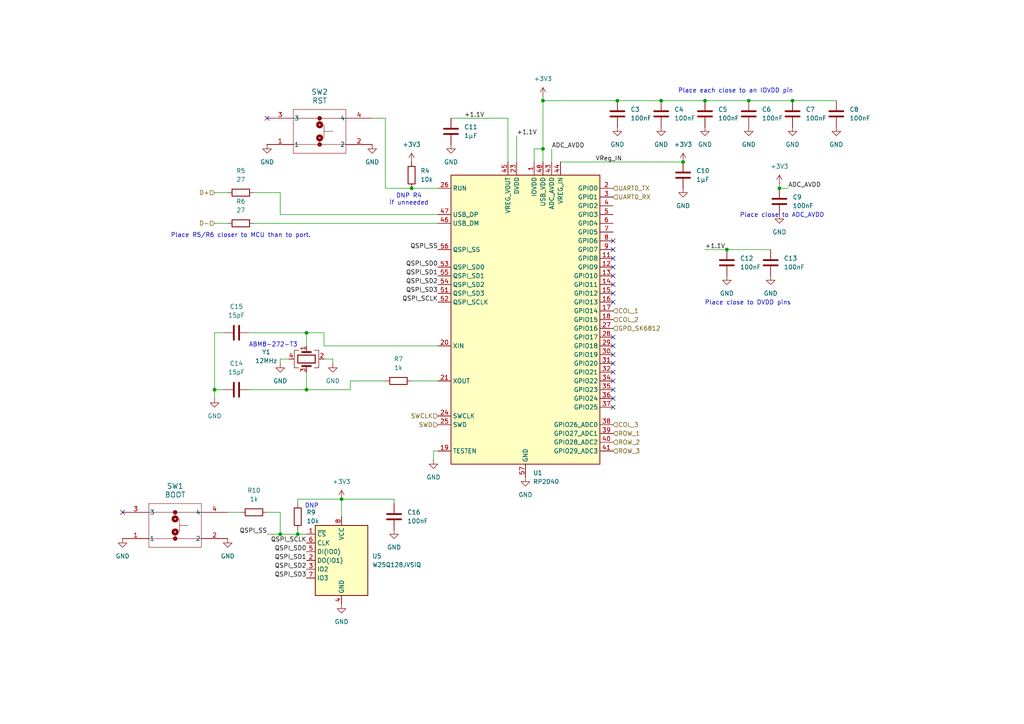
<source format=kicad_sch>
(kicad_sch (version 20231120) (generator "eeschema") (generator_version "8.0")
  (paper "A4")
  (lib_symbols
    (symbol "Device:C" (pin_numbers hide) (pin_names (offset 0.254))
      (property "Reference" "C" (at 0.635 2.54 0))
      (property "Value" "C" (at 0.635 -2.54 0))
      (symbol "C_0_1"
        (polyline (pts (xy -2.032 -0.762) (xy 2.032 -0.762)) (stroke (width 0.508)))
        (polyline (pts (xy -2.032 0.762) (xy 2.032 0.762)) (stroke (width 0.508)))
      )
      (symbol "C_1_1"
        (pin passive line (at 0 3.81 270) (length 2.794) (name "~") (number "1"))
        (pin passive line (at 0 -3.81 90) (length 2.794) (name "~") (number "2"))
      )
    )
    (symbol "Device:Crystal_GND24" (pin_names (offset 1.016) hide)
      (property "Reference" "Y" (at 3.175 5.08 0))
      (property "Value" "Crystal_GND24" (at 3.175 3.175 0))
      (symbol "Crystal_GND24_0_1"
        (rectangle (start -1.143 2.54) (end 1.143 -2.54) (stroke (width 0.3048)))
        (polyline (pts (xy -2.54 0) (xy -2.032 0)))
        (polyline (pts (xy -2.032 -1.27) (xy -2.032 1.27)) (stroke (width 0.508)))
        (polyline (pts (xy 0 -3.81) (xy 0 -3.556)))
        (polyline (pts (xy 0 3.556) (xy 0 3.81)))
        (polyline (pts (xy 2.032 -1.27) (xy 2.032 1.27)) (stroke (width 0.508)))
        (polyline (pts (xy 2.032 0) (xy 2.54 0)))
        (polyline (pts (xy -2.54 -2.286) (xy -2.54 -3.556) (xy 2.54 -3.556) (xy 2.54 -2.286)))
        (polyline (pts (xy -2.54 2.286) (xy -2.54 3.556) (xy 2.54 3.556) (xy 2.54 2.286)))
      )
      (symbol "Crystal_GND24_1_1"
        (pin passive line (at -3.81 0 0) (length 1.27) (name "1") (number "1"))
        (pin passive line (at 0 5.08 270) (length 1.27) (name "2") (number "2"))
        (pin passive line (at 3.81 0 180) (length 1.27) (name "3") (number "3"))
        (pin passive line (at 0 -5.08 90) (length 1.27) (name "4") (number "4"))
      )
    )
    (symbol "Device:R" (pin_numbers hide) (pin_names (offset 0))
      (property "Reference" "R" (at 2.032 0 90))
      (property "Value" "R" (at 0 0 90))
      (symbol "R_0_1"
        (rectangle (start -1.016 -2.54) (end 1.016 2.54) (stroke (width 0.254)))
      )
      (symbol "R_1_1"
        (pin passive line (at 0 3.81 270) (length 1.27) (name "~") (number "1"))
        (pin passive line (at 0 -3.81 90) (length 1.27) (name "~") (number "2"))
      )
    )
    (symbol "Extra:TL3342F160QG" (pin_names (offset 0.254))
      (property "Reference" "SW" (at 15.24 7.62 0))
      (property "Value" "TL3342F160QG" (at 20.32 5.08 0))
      (symbol "TL3342F160QG_0_1"
        (polyline (pts (xy 7.62 -10.16) (xy 22.86 -10.16)) (stroke (width 0.127)))
        (polyline (pts (xy 7.62 -7.62) (xy 22.86 -7.62)) (stroke (width 0.127)))
        (polyline (pts (xy 7.62 0) (xy 22.86 0)) (stroke (width 0.127)))
        (polyline (pts (xy 7.62 2.54) (xy 7.62 -10.16)) (stroke (width 0.127)))
        (polyline (pts (xy 15.24 -7.62) (xy 15.24 -5.715)) (stroke (width 0.127)))
        (polyline (pts (xy 15.24 0) (xy 15.24 -1.905)) (stroke (width 0.127)))
        (polyline (pts (xy 16.51 -3.81) (xy 19.05 -3.81)) (stroke (width 0.127)))
        (polyline (pts (xy 16.51 -1.905) (xy 16.51 -5.715)) (stroke (width 0.127)))
        (polyline (pts (xy 22.86 -10.16) (xy 22.86 2.54)) (stroke (width 0.127)))
        (polyline (pts (xy 22.86 2.54) (xy 7.62 2.54)) (stroke (width 0.127)))
        (circle (center 15.24 -7.62) (radius 0.127) (stroke (width 0.508)))
        (circle (center 15.24 -5.715) (radius 0.254) (stroke (width 0.762)))
        (circle (center 15.24 -1.905) (radius 0.254) (stroke (width 0.762)))
        (circle (center 15.24 0) (radius 0.127) (stroke (width 0.508)))
        (pin unspecified line (at 0 -7.62 0) (length 7.62) (name "1") (number "1"))
        (pin unspecified line (at 30.48 -7.62 180) (length 7.62) (name "2") (number "2"))
        (pin unspecified line (at 0 0 0) (length 7.62) (name "3") (number "3"))
        (pin unspecified line (at 30.48 0 180) (length 7.62) (name "4") (number "4"))
      )
    )
    (symbol "MCU_RaspberryPi:RP2040"
      (property "Reference" "U" (at 17.78 45.72 0))
      (property "Value" "RP2040" (at 17.78 43.18 0))
      (symbol "RP2040_0_1"
        (rectangle (start -21.59 41.91) (end 21.59 -41.91) (stroke (width 0.254)) (fill (type background)))
      )
      (symbol "RP2040_1_1"
        (pin power_in line (at 2.54 45.72 270) (length 3.81) (name "IOVDD") (number "1"))
        (pin passive line (at 2.54 45.72 270) (length 3.81) hide (name "IOVDD") (number "10"))
        (pin bidirectional line (at 25.4 17.78 180) (length 3.81) (name "GPIO8") (number "11"))
        (pin bidirectional line (at 25.4 15.24 180) (length 3.81) (name "GPIO9") (number "12"))
        (pin bidirectional line (at 25.4 12.7 180) (length 3.81) (name "GPIO10") (number "13"))
        (pin bidirectional line (at 25.4 10.16 180) (length 3.81) (name "GPIO11") (number "14"))
        (pin bidirectional line (at 25.4 7.62 180) (length 3.81) (name "GPIO12") (number "15"))
        (pin bidirectional line (at 25.4 5.08 180) (length 3.81) (name "GPIO13") (number "16"))
        (pin bidirectional line (at 25.4 2.54 180) (length 3.81) (name "GPIO14") (number "17"))
        (pin bidirectional line (at 25.4 0 180) (length 3.81) (name "GPIO15") (number "18"))
        (pin input line (at -25.4 -38.1 0) (length 3.81) (name "TESTEN") (number "19"))
        (pin bidirectional line (at 25.4 38.1 180) (length 3.81) (name "GPIO0") (number "2"))
        (pin input line (at -25.4 -7.62 0) (length 3.81) (name "XIN") (number "20"))
        (pin passive line (at -25.4 -17.78 0) (length 3.81) (name "XOUT") (number "21"))
        (pin passive line (at 2.54 45.72 270) (length 3.81) hide (name "IOVDD") (number "22"))
        (pin power_in line (at -2.54 45.72 270) (length 3.81) (name "DVDD") (number "23"))
        (pin input line (at -25.4 -27.94 0) (length 3.81) (name "SWCLK") (number "24"))
        (pin bidirectional line (at -25.4 -30.48 0) (length 3.81) (name "SWD") (number "25"))
        (pin input line (at -25.4 38.1 0) (length 3.81) (name "RUN") (number "26"))
        (pin bidirectional line (at 25.4 -2.54 180) (length 3.81) (name "GPIO16") (number "27"))
        (pin bidirectional line (at 25.4 -5.08 180) (length 3.81) (name "GPIO17") (number "28"))
        (pin bidirectional line (at 25.4 -7.62 180) (length 3.81) (name "GPIO18") (number "29"))
        (pin bidirectional line (at 25.4 35.56 180) (length 3.81) (name "GPIO1") (number "3"))
        (pin bidirectional line (at 25.4 -10.16 180) (length 3.81) (name "GPIO19") (number "30"))
        (pin bidirectional line (at 25.4 -12.7 180) (length 3.81) (name "GPIO20") (number "31"))
        (pin bidirectional line (at 25.4 -15.24 180) (length 3.81) (name "GPIO21") (number "32"))
        (pin passive line (at 2.54 45.72 270) (length 3.81) hide (name "IOVDD") (number "33"))
        (pin bidirectional line (at 25.4 -17.78 180) (length 3.81) (name "GPIO22") (number "34"))
        (pin bidirectional line (at 25.4 -20.32 180) (length 3.81) (name "GPIO23") (number "35"))
        (pin bidirectional line (at 25.4 -22.86 180) (length 3.81) (name "GPIO24") (number "36"))
        (pin bidirectional line (at 25.4 -25.4 180) (length 3.81) (name "GPIO25") (number "37"))
        (pin bidirectional line (at 25.4 -30.48 180) (length 3.81) (name "GPIO26_ADC0") (number "38"))
        (pin bidirectional line (at 25.4 -33.02 180) (length 3.81) (name "GPIO27_ADC1") (number "39"))
        (pin bidirectional line (at 25.4 33.02 180) (length 3.81) (name "GPIO2") (number "4"))
        (pin bidirectional line (at 25.4 -35.56 180) (length 3.81) (name "GPIO28_ADC2") (number "40"))
        (pin bidirectional line (at 25.4 -38.1 180) (length 3.81) (name "GPIO29_ADC3") (number "41"))
        (pin passive line (at 2.54 45.72 270) (length 3.81) hide (name "IOVDD") (number "42"))
        (pin power_in line (at 7.62 45.72 270) (length 3.81) (name "ADC_AVDD") (number "43"))
        (pin power_in line (at 10.16 45.72 270) (length 3.81) (name "VREG_IN") (number "44"))
        (pin power_out line (at -5.08 45.72 270) (length 3.81) (name "VREG_VOUT") (number "45"))
        (pin bidirectional line (at -25.4 27.94 0) (length 3.81) (name "USB_DM") (number "46"))
        (pin bidirectional line (at -25.4 30.48 0) (length 3.81) (name "USB_DP") (number "47"))
        (pin power_in line (at 5.08 45.72 270) (length 3.81) (name "USB_VDD") (number "48"))
        (pin passive line (at 2.54 45.72 270) (length 3.81) hide (name "IOVDD") (number "49"))
        (pin bidirectional line (at 25.4 30.48 180) (length 3.81) (name "GPIO3") (number "5"))
        (pin passive line (at -2.54 45.72 270) (length 3.81) hide (name "DVDD") (number "50"))
        (pin bidirectional line (at -25.4 7.62 0) (length 3.81) (name "QSPI_SD3") (number "51"))
        (pin output line (at -25.4 5.08 0) (length 3.81) (name "QSPI_SCLK") (number "52"))
        (pin bidirectional line (at -25.4 15.24 0) (length 3.81) (name "QSPI_SD0") (number "53"))
        (pin bidirectional line (at -25.4 10.16 0) (length 3.81) (name "QSPI_SD2") (number "54"))
        (pin bidirectional line (at -25.4 12.7 0) (length 3.81) (name "QSPI_SD1") (number "55"))
        (pin bidirectional line (at -25.4 20.32 0) (length 3.81) (name "QSPI_SS") (number "56"))
        (pin power_in line (at 0 -45.72 90) (length 3.81) (name "GND") (number "57"))
        (pin bidirectional line (at 25.4 27.94 180) (length 3.81) (name "GPIO4") (number "6"))
        (pin bidirectional line (at 25.4 25.4 180) (length 3.81) (name "GPIO5") (number "7"))
        (pin bidirectional line (at 25.4 22.86 180) (length 3.81) (name "GPIO6") (number "8"))
        (pin bidirectional line (at 25.4 20.32 180) (length 3.81) (name "GPIO7") (number "9"))
      )
    )
    (symbol "Memory_Flash:W25Q128JVS"
      (property "Reference" "U" (at -6.35 11.43 0))
      (property "Value" "W25Q128JVS" (at 7.62 11.43 0))
      (symbol "W25Q128JVS_0_1"
        (rectangle (start -7.62 10.16) (end 7.62 -10.16) (stroke (width 0.254)) (fill (type background)))
      )
      (symbol "W25Q128JVS_1_1"
        (pin input line (at -10.16 7.62 0) (length 2.54) (name "~{CS}") (number "1"))
        (pin bidirectional line (at -10.16 0 0) (length 2.54) (name "DO(IO1)") (number "2"))
        (pin bidirectional line (at -10.16 -2.54 0) (length 2.54) (name "IO2") (number "3"))
        (pin power_in line (at 0 -12.7 90) (length 2.54) (name "GND") (number "4"))
        (pin bidirectional line (at -10.16 2.54 0) (length 2.54) (name "DI(IO0)") (number "5"))
        (pin input line (at -10.16 5.08 0) (length 2.54) (name "CLK") (number "6"))
        (pin bidirectional line (at -10.16 -5.08 0) (length 2.54) (name "IO3") (number "7"))
        (pin power_in line (at 0 12.7 270) (length 2.54) (name "VCC") (number "8"))
      )
    )
    (symbol "power:+3V3" (power) (pin_numbers hide) (pin_names (offset 0) hide)
      (property "Value" "+3V3" (at 0 3.556 0))
      (symbol "+3V3_0_1"
        (polyline (pts (xy -0.762 1.27) (xy 0 2.54)))
        (polyline (pts (xy 0 0) (xy 0 2.54)))
        (polyline (pts (xy 0 2.54) (xy 0.762 1.27)))
      )
      (symbol "+3V3_1_1"
        (pin power_in line (at 0 0 90) (length 0) (name "~") (number "1"))
      )
    )
    (symbol "power:GND" (power) (pin_numbers hide) (pin_names (offset 0) hide)
      (property "Value" "GND" (at 0 -3.81 0))
      (symbol "GND_0_1"
        (polyline (pts (xy 0 0) (xy 0 -1.27) (xy 1.27 -1.27) (xy 0 -2.54) (xy -1.27 -1.27) (xy 0 -1.27)))
      )
      (symbol "GND_1_1"
        (pin power_in line (at 0 0 270) (length 0) (name "~") (number "1"))
      )
    )
  )
  (junction (at 210.82 72.39))
  (junction (at 229.87 29.21))
  (junction (at 81.28 154.94))
  (junction (at 86.36 154.94))
  (junction (at 119.38 54.61))
  (junction (at 62.23 113.03))
  (junction (at 99.06 144.78))
  (junction (at 198.12 46.99))
  (junction (at 191.77 29.21))
  (junction (at 88.9 96.52))
  (junction (at 157.48 43.18))
  (junction (at 179.07 29.21))
  (junction (at 217.17 29.21))
  (junction (at 157.48 29.21))
  (junction (at 88.9 113.03))
  (junction (at 226.06 54.61))
  (junction (at 204.47 29.21))
  (no_connect (at 177.8 97.79))
  (no_connect (at 177.8 115.57))
  (no_connect (at 177.8 102.87))
  (no_connect (at 177.8 74.93))
  (no_connect (at 177.8 100.33))
  (no_connect (at 177.8 82.55))
  (no_connect (at 177.8 80.01))
  (no_connect (at 177.8 69.85))
  (no_connect (at 177.8 87.63))
  (no_connect (at 35.56 148.59))
  (no_connect (at 77.47 34.29))
  (no_connect (at 177.8 77.47))
  (no_connect (at 177.8 113.03))
  (no_connect (at 177.8 85.09))
  (no_connect (at 177.8 118.11))
  (no_connect (at 177.8 105.41))
  (no_connect (at 177.8 110.49))
  (no_connect (at 177.8 107.95))
  (no_connect (at 177.8 72.39))
  (wire (pts (xy 119.38 54.61) (xy 127 54.61)))
  (wire (pts (xy 99.06 144.78) (xy 114.3 144.78)))
  (wire (pts (xy 96.52 105.41) (xy 96.52 104.14)))
  (wire (pts (xy 88.9 113.03) (xy 72.39 113.03)))
  (wire (pts (xy 101.6 113.03) (xy 88.9 113.03)))
  (wire (pts (xy 160.02 43.18) (xy 160.02 46.99)))
  (wire (pts (xy 86.36 153.67) (xy 86.36 154.94)))
  (wire (pts (xy 101.6 110.49) (xy 101.6 113.03)))
  (wire (pts (xy 62.23 96.52) (xy 62.23 113.03)))
  (wire (pts (xy 226.06 54.61) (xy 228.6 54.61)))
  (wire (pts (xy 125.73 130.81) (xy 125.73 133.35)))
  (wire (pts (xy 147.32 34.29) (xy 130.81 34.29)))
  (wire (pts (xy 147.32 46.99) (xy 147.32 34.29)))
  (wire (pts (xy 229.87 29.21) (xy 242.57 29.21)))
  (wire (pts (xy 64.77 96.52) (xy 62.23 96.52)))
  (wire (pts (xy 66.04 148.59) (xy 69.85 148.59)))
  (wire (pts (xy 73.66 64.77) (xy 127 64.77)))
  (wire (pts (xy 88.9 107.95) (xy 88.9 113.03)))
  (wire (pts (xy 62.23 115.57) (xy 62.23 113.03)))
  (wire (pts (xy 81.28 55.88) (xy 73.66 55.88)))
  (wire (pts (xy 191.77 29.21) (xy 204.47 29.21)))
  (wire (pts (xy 81.28 104.14) (xy 81.28 105.41)))
  (wire (pts (xy 157.48 27.94) (xy 157.48 29.21)))
  (wire (pts (xy 62.23 113.03) (xy 64.77 113.03)))
  (wire (pts (xy 93.98 96.52) (xy 88.9 96.52)))
  (wire (pts (xy 204.47 29.21) (xy 217.17 29.21)))
  (wire (pts (xy 62.23 64.77) (xy 66.04 64.77)))
  (wire (pts (xy 162.56 46.99) (xy 198.12 46.99)))
  (wire (pts (xy 157.48 29.21) (xy 179.07 29.21)))
  (wire (pts (xy 96.52 104.14) (xy 93.98 104.14)))
  (wire (pts (xy 99.06 144.78) (xy 99.06 149.86)))
  (wire (pts (xy 77.47 148.59) (xy 81.28 148.59)))
  (wire (pts (xy 72.39 96.52) (xy 88.9 96.52)))
  (wire (pts (xy 111.76 34.29) (xy 107.95 34.29)))
  (wire (pts (xy 154.94 43.18) (xy 154.94 46.99)))
  (wire (pts (xy 157.48 29.21) (xy 157.48 43.18)))
  (wire (pts (xy 127 130.81) (xy 125.73 130.81)))
  (wire (pts (xy 226.06 53.34) (xy 226.06 54.61)))
  (wire (pts (xy 157.48 43.18) (xy 154.94 43.18)))
  (wire (pts (xy 157.48 43.18) (xy 157.48 46.99)))
  (wire (pts (xy 119.38 110.49) (xy 127 110.49)))
  (wire (pts (xy 86.36 144.78) (xy 99.06 144.78)))
  (wire (pts (xy 210.82 72.39) (xy 223.52 72.39)))
  (wire (pts (xy 217.17 29.21) (xy 229.87 29.21)))
  (wire (pts (xy 149.86 39.37) (xy 149.86 46.99)))
  (wire (pts (xy 127 100.33) (xy 93.98 100.33)))
  (wire (pts (xy 81.28 62.23) (xy 127 62.23)))
  (wire (pts (xy 93.98 100.33) (xy 93.98 96.52)))
  (wire (pts (xy 81.28 154.94) (xy 86.36 154.94)))
  (wire (pts (xy 114.3 144.78) (xy 114.3 146.05)))
  (wire (pts (xy 88.9 96.52) (xy 88.9 100.33)))
  (wire (pts (xy 81.28 148.59) (xy 81.28 154.94)))
  (wire (pts (xy 111.76 54.61) (xy 119.38 54.61)))
  (wire (pts (xy 83.82 104.14) (xy 81.28 104.14)))
  (wire (pts (xy 101.6 110.49) (xy 111.76 110.49)))
  (wire (pts (xy 62.23 55.88) (xy 66.04 55.88)))
  (wire (pts (xy 86.36 154.94) (xy 88.9 154.94)))
  (wire (pts (xy 111.76 54.61) (xy 111.76 34.29)))
  (wire (pts (xy 179.07 29.21) (xy 191.77 29.21)))
  (wire (pts (xy 77.47 154.94) (xy 81.28 154.94)))
  (wire (pts (xy 204.47 72.39) (xy 210.82 72.39)))
  (wire (pts (xy 81.28 62.23) (xy 81.28 55.88)))
  (wire (pts (xy 86.36 144.78) (xy 86.36 146.05)))
  (text "Place R5/R6 closer to MCU than to port." (at 69.85 68.326 0) (effects (font (size 1.27 1.27))))
  (text "Place close to ADC_AVDD" (at 226.822 62.484 0) (effects (font (size 1.27 1.27))))
  (text "DNP R4\nif unneeded" (at 118.618 57.912 0) (effects (font (size 1.27 1.27))))
  (text "ABM8-272-T3" (at 79.248 100.076 0) (effects (font (size 1.27 1.27))))
  (text "DNP" (at 90.424 146.812 0) (effects (font (size 1.27 1.27))))
  (text "Place each close to an IOVDD pin" (at 213.36 26.416 0) (effects (font (size 1.27 1.27))))
  (text "Place close to DVDD pins" (at 216.916 87.884 0) (effects (font (size 1.27 1.27))))
  (label "QSPI_SCLK" (at 127 87.63 180))
  (label "QSPI_SD3" (at 88.9 167.64 180))
  (label "QSPI_SCLK" (at 88.9 157.48 180))
  (label "QSPI_SD2" (at 127 82.55 180))
  (label "QSPI_SS" (at 127 72.39 180))
  (label "ADC_AVDD" (at 228.6 54.61 0))
  (label "+1.1V" (at 204.47 72.39 0))
  (label "QSPI_SD2" (at 88.9 165.1 180))
  (label "QSPI_SD1" (at 127 80.01 180))
  (label "QSPI_SS" (at 77.47 154.94 180))
  (label "QSPI_SD1" (at 88.9 162.56 180))
  (label "QSPI_SD0" (at 127 77.47 180))
  (label "ADC_AVDD" (at 160.02 43.18 0))
  (label "VReg_IN" (at 172.72 46.99 0))
  (label "+1.1V" (at 134.62 34.29 0))
  (label "QSPI_SD0" (at 88.9 160.02 180))
  (label "QSPI_SD3" (at 127 85.09 180))
  (label "+1.1V" (at 149.86 39.37 0))
  (hierarchical_label "UART0_TX" (shape input) (at 177.8 54.61 0))
  (hierarchical_label "ROW_1" (shape input) (at 177.8 125.73 0))
  (hierarchical_label "COL_1" (shape input) (at 177.8 90.17 0))
  (hierarchical_label "SWCLK" (shape input) (at 127 120.65 180))
  (hierarchical_label "D-" (shape input) (at 62.23 64.77 180))
  (hierarchical_label "UART0_RX" (shape input) (at 177.8 57.15 0))
  (hierarchical_label "D+" (shape input) (at 62.23 55.88 180))
  (hierarchical_label "ROW_2" (shape input) (at 177.8 128.27 0))
  (hierarchical_label "ROW_3" (shape input) (at 177.8 130.81 0))
  (hierarchical_label "SWD" (shape input) (at 127 123.19 180))
  (hierarchical_label "COL_3" (shape input) (at 177.8 123.19 0))
  (hierarchical_label "COL_2" (shape input) (at 177.8 92.71 0))
  (hierarchical_label "GPO_SK6812" (shape input) (at 177.8 95.25 0))
  (symbol (lib_id "Device:Crystal_GND24") (at 88.9 104.14 270) (unit 1)
    (property "Reference" "Y1" (at 77.216 102.108 90))
    (property "Value" "12MHz" (at 77.216 104.648 90))
    (property "Footprint" "Extra:ABM8272T3" (effects (hide yes)))
    (property "Description" "Four pin crystal, GND on pins 2 and 4" (effects (hide yes)))
  )
  (symbol (lib_id "Memory_Flash:W25Q128JVS") (at 99.06 162.56 0) (unit 1)
    (property "Reference" "U5" (at 107.95 161.2899 0) (effects (justify left)))
    (property "Value" "W25Q128JVSIQ" (at 107.95 163.8299 0) (effects (justify left)))
    (property "Footprint" "Package_SO:SOIC-8_5.23x5.23mm_P1.27mm" (effects (hide yes)))
    (property "Datasheet" "https://www.winbond.com/resource-files/w25q128jv_dtr%20revc%2003272018%20plus.pdf" (effects (hide yes)))
    (property "Description" "128Mb Serial Flash Memory, Standard/Dual/Quad SPI, SOIC-8" (effects (hide yes)))
  )
  (symbol (lib_id "power:GND") (at 210.82 80.01 0) (unit 1)
    (property "Reference" "#PWR038" (effects (hide yes)))
    (property "Value" "GND" (at 210.82 85.09 0))
    (property "Description" "Power symbol creates a global label with name \"GND\" , ground" (effects (hide yes)))
  )
  (symbol (lib_id "power:GND") (at 99.06 175.26 0) (unit 1)
    (property "Reference" "#PWR045" (effects (hide yes)))
    (property "Value" "GND" (at 99.06 180.34 0))
    (property "Description" "Power symbol creates a global label with name \"GND\" , ground" (effects (hide yes)))
  )
  (symbol (lib_id "power:GND") (at 81.28 105.41 0) (unit 1)
    (property "Reference" "#PWR041" (effects (hide yes)))
    (property "Value" "GND" (at 81.28 110.49 0))
    (property "Description" "Power symbol creates a global label with name \"GND\" , ground" (effects (hide yes)))
  )
  (symbol (lib_id "Device:C") (at 191.77 33.02 0) (unit 1)
    (property "Reference" "C4" (at 195.58 31.7499 0) (effects (justify left)))
    (property "Value" "100nF" (at 195.58 34.2899 0) (effects (justify left)))
    (property "Footprint" "Capacitor_SMD:C_0603_1608Metric_Pad1.08x0.95mm_HandSolder" (effects (hide yes)))
    (property "Description" "Unpolarized capacitor" (effects (hide yes)))
  )
  (symbol (lib_id "power:GND") (at 96.52 105.41 0) (unit 1)
    (property "Reference" "#PWR040" (effects (hide yes)))
    (property "Value" "GND" (at 96.52 110.49 0))
    (property "Description" "Power symbol creates a global label with name \"GND\" , ground" (effects (hide yes)))
  )
  (symbol (lib_id "power:+3V3") (at 198.12 46.99 0) (unit 1)
    (property "Reference" "#PWR035" (effects (hide yes)))
    (property "Value" "+3V3" (at 198.12 41.91 0))
    (property "Description" "Power symbol creates a global label with name \"+3V3\"" (effects (hide yes)))
  )
  (symbol (lib_id "Device:C") (at 226.06 58.42 0) (unit 1)
    (property "Reference" "C9" (at 229.87 57.1499 0) (effects (justify left)))
    (property "Value" "100nF" (at 229.87 59.6899 0) (effects (justify left)))
    (property "Footprint" "Capacitor_SMD:C_0603_1608Metric_Pad1.08x0.95mm_HandSolder" (effects (hide yes)))
    (property "Description" "Unpolarized capacitor" (effects (hide yes)))
  )
  (symbol (lib_id "MCU_RaspberryPi:RP2040") (at 152.4 92.71 0) (unit 1)
    (property "Reference" "U1" (at 154.5941 137.16 0) (effects (justify left)))
    (property "Value" "RP2040" (at 154.5941 139.7 0) (effects (justify left)))
    (property "Footprint" "Package_DFN_QFN:QFN-56-1EP_7x7mm_P0.4mm_EP3.2x3.2mm" (effects (hide yes)))
    (property "Datasheet" "https://datasheets.raspberrypi.com/rp2040/rp2040-datasheet.pdf" (effects (hide yes)))
    (property "Description" "A microcontroller by Raspberry Pi" (effects (hide yes)))
  )
  (symbol (lib_id "Device:R") (at 69.85 55.88 270) (unit 1)
    (property "Reference" "R5" (at 69.85 49.53 90))
    (property "Value" "27" (at 69.85 52.07 90))
    (property "Footprint" "Resistor_SMD:R_0603_1608Metric_Pad0.98x0.95mm_HandSolder" (effects (hide yes)))
    (property "Description" "Resistor" (effects (hide yes)))
  )
  (symbol (lib_id "power:GND") (at 62.23 115.57 0) (unit 1)
    (property "Reference" "#PWR042" (effects (hide yes)))
    (property "Value" "GND" (at 62.23 120.65 0))
    (property "Description" "Power symbol creates a global label with name \"GND\" , ground" (effects (hide yes)))
  )
  (symbol (lib_id "power:GND") (at 223.52 80.01 0) (unit 1)
    (property "Reference" "#PWR039" (effects (hide yes)))
    (property "Value" "GND" (at 223.52 85.09 0))
    (property "Description" "Power symbol creates a global label with name \"GND\" , ground" (effects (hide yes)))
  )
  (symbol (lib_id "power:+3V3") (at 157.48 27.94 0) (unit 1)
    (property "Reference" "#PWR020" (effects (hide yes)))
    (property "Value" "+3V3" (at 157.48 22.86 0))
    (property "Description" "Power symbol creates a global label with name \"+3V3\"" (effects (hide yes)))
  )
  (symbol (lib_id "power:GND") (at 77.47 41.91 0) (unit 1)
    (property "Reference" "#PWR018" (effects (hide yes)))
    (property "Value" "GND" (at 77.47 46.99 0))
    (property "Description" "Power symbol creates a global label with name \"GND\" , ground" (effects (hide yes)))
  )
  (symbol (lib_id "Device:C") (at 198.12 50.8 0) (unit 1)
    (property "Reference" "C10" (at 201.93 49.5299 0) (effects (justify left)))
    (property "Value" "1μF" (at 201.93 52.0699 0) (effects (justify left)))
    (property "Footprint" "Capacitor_SMD:C_0603_1608Metric_Pad1.08x0.95mm_HandSolder" (effects (hide yes)))
    (property "Description" "Unpolarized capacitor" (effects (hide yes)))
  )
  (symbol (lib_id "power:GND") (at 179.07 36.83 0) (unit 1)
    (property "Reference" "#PWR033" (effects (hide yes)))
    (property "Value" "GND" (at 179.07 41.91 0))
    (property "Description" "Power symbol creates a global label with name \"GND\" , ground" (effects (hide yes)))
  )
  (symbol (lib_id "Device:C") (at 210.82 76.2 0) (unit 1)
    (property "Reference" "C12" (at 214.63 74.9299 0) (effects (justify left)))
    (property "Value" "100nF" (at 214.63 77.4699 0) (effects (justify left)))
    (property "Footprint" "Capacitor_SMD:C_0603_1608Metric_Pad1.08x0.95mm_HandSolder" (effects (hide yes)))
    (property "Description" "Unpolarized capacitor" (effects (hide yes)))
  )
  (symbol (lib_id "power:GND") (at 226.06 62.23 0) (unit 1)
    (property "Reference" "#PWR027" (effects (hide yes)))
    (property "Value" "GND" (at 226.06 67.31 0))
    (property "Description" "Power symbol creates a global label with name \"GND\" , ground" (effects (hide yes)))
  )
  (symbol (lib_id "Extra:TL3342F160QG") (at 77.47 34.29 0) (unit 1)
    (property "Reference" "SW2" (at 92.71 26.67 0) (effects (font (size 1.524 1.524))))
    (property "Value" "RST" (at 92.71 29.21 0) (effects (font (size 1.524 1.524))))
    (property "Footprint" "Extra:TL3342_EWI" (effects (hide yes)))
    (property "Datasheet" "TL3342F160QG" (effects (hide yes)))
  )
  (symbol (lib_id "Device:R") (at 119.38 50.8 0) (unit 1)
    (property "Reference" "R4" (at 121.92 49.5299 0) (effects (justify left)))
    (property "Value" "10k" (at 121.92 52.0699 0) (effects (justify left)))
    (property "Footprint" "Resistor_SMD:R_0603_1608Metric_Pad0.98x0.95mm_HandSolder" (effects (hide yes)))
    (property "Description" "Resistor" (effects (hide yes)))
  )
  (symbol (lib_id "power:GND") (at 66.04 156.21 0) (unit 1)
    (property "Reference" "#PWR010" (effects (hide yes)))
    (property "Value" "GND" (at 66.04 161.29 0))
    (property "Description" "Power symbol creates a global label with name \"GND\" , ground" (effects (hide yes)))
  )
  (symbol (lib_id "Device:C") (at 229.87 33.02 0) (unit 1)
    (property "Reference" "C7" (at 233.68 31.7499 0) (effects (justify left)))
    (property "Value" "100nF" (at 233.68 34.2899 0) (effects (justify left)))
    (property "Footprint" "Capacitor_SMD:C_0603_1608Metric_Pad1.08x0.95mm_HandSolder" (effects (hide yes)))
    (property "Description" "Unpolarized capacitor" (effects (hide yes)))
  )
  (symbol (lib_id "Device:R") (at 69.85 64.77 270) (unit 1)
    (property "Reference" "R6" (at 69.85 58.42 90))
    (property "Value" "27" (at 69.85 60.96 90))
    (property "Footprint" "Resistor_SMD:R_0603_1608Metric_Pad0.98x0.95mm_HandSolder" (effects (hide yes)))
    (property "Description" "Resistor" (effects (hide yes)))
  )
  (symbol (lib_id "power:GND") (at 242.57 36.83 0) (unit 1)
    (property "Reference" "#PWR028" (effects (hide yes)))
    (property "Value" "GND" (at 242.57 41.91 0))
    (property "Description" "Power symbol creates a global label with name \"GND\" , ground" (effects (hide yes)))
  )
  (symbol (lib_id "power:GND") (at 204.47 36.83 0) (unit 1)
    (property "Reference" "#PWR031" (effects (hide yes)))
    (property "Value" "GND" (at 204.47 41.91 0))
    (property "Description" "Power symbol creates a global label with name \"GND\" , ground" (effects (hide yes)))
  )
  (symbol (lib_id "Device:C") (at 130.81 38.1 0) (unit 1)
    (property "Reference" "C11" (at 134.62 36.8299 0) (effects (justify left)))
    (property "Value" "1μF" (at 134.62 39.3699 0) (effects (justify left)))
    (property "Footprint" "Capacitor_SMD:C_0603_1608Metric_Pad1.08x0.95mm_HandSolder" (effects (hide yes)))
    (property "Description" "Unpolarized capacitor" (effects (hide yes)))
  )
  (symbol (lib_id "power:GND") (at 198.12 54.61 0) (unit 1)
    (property "Reference" "#PWR036" (effects (hide yes)))
    (property "Value" "GND" (at 198.12 59.69 0))
    (property "Description" "Power symbol creates a global label with name \"GND\" , ground" (effects (hide yes)))
  )
  (symbol (lib_id "power:+3V3") (at 226.06 53.34 0) (unit 1)
    (property "Reference" "#PWR034" (effects (hide yes)))
    (property "Value" "+3V3" (at 226.06 48.26 0))
    (property "Description" "Power symbol creates a global label with name \"+3V3\"" (effects (hide yes)))
  )
  (symbol (lib_id "Device:C") (at 68.58 96.52 90) (unit 1)
    (property "Reference" "C15" (at 68.58 88.9 90))
    (property "Value" "15pF" (at 68.58 91.44 90))
    (property "Footprint" "Capacitor_SMD:C_0603_1608Metric_Pad1.08x0.95mm_HandSolder" (effects (hide yes)))
    (property "Description" "Unpolarized capacitor" (effects (hide yes)))
  )
  (symbol (lib_id "Device:C") (at 114.3 149.86 0) (unit 1)
    (property "Reference" "C16" (at 118.11 148.5899 0) (effects (justify left)))
    (property "Value" "100nF" (at 118.11 151.1299 0) (effects (justify left)))
    (property "Footprint" "Capacitor_SMD:C_0603_1608Metric_Pad1.08x0.95mm_HandSolder" (effects (hide yes)))
    (property "Description" "Unpolarized capacitor" (effects (hide yes)))
  )
  (symbol (lib_id "power:GND") (at 229.87 36.83 0) (unit 1)
    (property "Reference" "#PWR029" (effects (hide yes)))
    (property "Value" "GND" (at 229.87 41.91 0))
    (property "Description" "Power symbol creates a global label with name \"GND\" , ground" (effects (hide yes)))
  )
  (symbol (lib_id "power:+3V3") (at 99.06 144.78 0) (unit 1)
    (property "Reference" "#PWR043" (effects (hide yes)))
    (property "Value" "+3V3" (at 99.06 139.7 0))
    (property "Description" "Power symbol creates a global label with name \"+3V3\"" (effects (hide yes)))
  )
  (symbol (lib_id "Device:R") (at 73.66 148.59 90) (unit 1)
    (property "Reference" "R10" (at 73.66 142.24 90))
    (property "Value" "1k" (at 73.66 144.78 90))
    (property "Footprint" "Resistor_SMD:R_0603_1608Metric_Pad0.98x0.95mm_HandSolder" (effects (hide yes)))
    (property "Description" "Resistor" (effects (hide yes)))
  )
  (symbol (lib_id "power:GND") (at 35.56 156.21 0) (unit 1)
    (property "Reference" "#PWR046" (effects (hide yes)))
    (property "Value" "GND" (at 35.56 161.29 0))
    (property "Description" "Power symbol creates a global label with name \"GND\" , ground" (effects (hide yes)))
  )
  (symbol (lib_id "Device:C") (at 68.58 113.03 90) (unit 1)
    (property "Reference" "C14" (at 68.58 105.41 90))
    (property "Value" "15pF" (at 68.58 107.95 90))
    (property "Footprint" "Capacitor_SMD:C_0603_1608Metric_Pad1.08x0.95mm_HandSolder" (effects (hide yes)))
    (property "Description" "Unpolarized capacitor" (effects (hide yes)))
  )
  (symbol (lib_id "Device:C") (at 242.57 33.02 0) (unit 1)
    (property "Reference" "C8" (at 246.38 31.7499 0) (effects (justify left)))
    (property "Value" "100nF" (at 246.38 34.2899 0) (effects (justify left)))
    (property "Footprint" "Capacitor_SMD:C_0603_1608Metric_Pad1.08x0.95mm_HandSolder" (effects (hide yes)))
    (property "Description" "Unpolarized capacitor" (effects (hide yes)))
  )
  (symbol (lib_id "Extra:TL3342F160QG") (at 35.56 148.59 0) (unit 1)
    (property "Reference" "SW1" (at 50.8 140.97 0) (effects (font (size 1.524 1.524))))
    (property "Value" "BOOT" (at 50.8 143.51 0) (effects (font (size 1.524 1.524))))
    (property "Footprint" "Extra:TL3342_EWI" (effects (hide yes)))
    (property "Datasheet" "TL3342F160QG" (effects (hide yes)))
  )
  (symbol (lib_id "Device:R") (at 86.36 149.86 0) (unit 1)
    (property "Reference" "R9" (at 88.9 148.5899 0) (effects (justify left)))
    (property "Value" "10k" (at 88.9 151.1299 0) (effects (justify left)))
    (property "Footprint" "Resistor_SMD:R_0603_1608Metric_Pad0.98x0.95mm_HandSolder" (effects (hide yes)))
    (property "Description" "Resistor" (effects (hide yes)))
  )
  (symbol (lib_id "power:GND") (at 217.17 36.83 0) (unit 1)
    (property "Reference" "#PWR030" (effects (hide yes)))
    (property "Value" "GND" (at 217.17 41.91 0))
    (property "Description" "Power symbol creates a global label with name \"GND\" , ground" (effects (hide yes)))
  )
  (symbol (lib_id "power:+3V3") (at 119.38 46.99 0) (unit 1)
    (property "Reference" "#PWR019" (effects (hide yes)))
    (property "Value" "+3V3" (at 119.38 41.91 0))
    (property "Description" "Power symbol creates a global label with name \"+3V3\"" (effects (hide yes)))
  )
  (symbol (lib_id "power:GND") (at 125.73 133.35 0) (unit 1)
    (property "Reference" "#PWR047" (effects (hide yes)))
    (property "Value" "GND" (at 125.73 138.43 0))
    (property "Description" "Power symbol creates a global label with name \"GND\" , ground" (effects (hide yes)))
  )
  (symbol (lib_id "Device:C") (at 223.52 76.2 0) (unit 1)
    (property "Reference" "C13" (at 227.33 74.9299 0) (effects (justify left)))
    (property "Value" "100nF" (at 227.33 77.4699 0) (effects (justify left)))
    (property "Footprint" "Capacitor_SMD:C_0603_1608Metric_Pad1.08x0.95mm_HandSolder" (effects (hide yes)))
    (property "Description" "Unpolarized capacitor" (effects (hide yes)))
  )
  (symbol (lib_id "Device:C") (at 179.07 33.02 0) (unit 1)
    (property "Reference" "C3" (at 182.88 31.7499 0) (effects (justify left)))
    (property "Value" "100nF" (at 182.88 34.2899 0) (effects (justify left)))
    (property "Footprint" "Capacitor_SMD:C_0603_1608Metric_Pad1.08x0.95mm_HandSolder" (effects (hide yes)))
    (property "Description" "Unpolarized capacitor" (effects (hide yes)))
  )
  (symbol (lib_id "power:GND") (at 114.3 153.67 0) (unit 1)
    (property "Reference" "#PWR044" (effects (hide yes)))
    (property "Value" "GND" (at 114.3 158.75 0))
    (property "Description" "Power symbol creates a global label with name \"GND\" , ground" (effects (hide yes)))
  )
  (symbol (lib_id "power:GND") (at 191.77 36.83 0) (unit 1)
    (property "Reference" "#PWR032" (effects (hide yes)))
    (property "Value" "GND" (at 191.77 41.91 0))
    (property "Description" "Power symbol creates a global label with name \"GND\" , ground" (effects (hide yes)))
  )
  (symbol (lib_id "power:GND") (at 130.81 41.91 0) (unit 1)
    (property "Reference" "#PWR037" (effects (hide yes)))
    (property "Value" "GND" (at 130.81 46.99 0))
    (property "Description" "Power symbol creates a global label with name \"GND\" , ground" (effects (hide yes)))
  )
  (symbol (lib_id "Device:R") (at 115.57 110.49 90) (unit 1)
    (property "Reference" "R7" (at 115.57 104.14 90))
    (property "Value" "1k" (at 115.57 106.68 90))
    (property "Footprint" "Resistor_SMD:R_0603_1608Metric_Pad0.98x0.95mm_HandSolder" (effects (hide yes)))
    (property "Description" "Resistor" (effects (hide yes)))
  )
  (symbol (lib_id "Device:C") (at 217.17 33.02 0) (unit 1)
    (property "Reference" "C6" (at 220.98 31.7499 0) (effects (justify left)))
    (property "Value" "100nF" (at 220.98 34.2899 0) (effects (justify left)))
    (property "Footprint" "Capacitor_SMD:C_0603_1608Metric_Pad1.08x0.95mm_HandSolder" (effects (hide yes)))
    (property "Description" "Unpolarized capacitor" (effects (hide yes)))
  )
  (symbol (lib_id "power:GND") (at 152.4 138.43 0) (unit 1)
    (property "Reference" "#PWR011" (effects (hide yes)))
    (property "Value" "GND" (at 152.4 143.51 0))
    (property "Description" "Power symbol creates a global label with name \"GND\" , ground" (effects (hide yes)))
  )
  (symbol (lib_id "power:GND") (at 107.95 41.91 0) (unit 1)
    (property "Reference" "#PWR09" (effects (hide yes)))
    (property "Value" "GND" (at 107.95 46.99 0))
    (property "Description" "Power symbol creates a global label with name \"GND\" , ground" (effects (hide yes)))
  )
  (symbol (lib_id "Device:C") (at 204.47 33.02 0) (unit 1)
    (property "Reference" "C5" (at 208.28 31.7499 0) (effects (justify left)))
    (property "Value" "100nF" (at 208.28 34.2899 0) (effects (justify left)))
    (property "Footprint" "Capacitor_SMD:C_0603_1608Metric_Pad1.08x0.95mm_HandSolder" (effects (hide yes)))
    (property "Description" "Unpolarized capacitor" (effects (hide yes)))
  )
)
</source>
